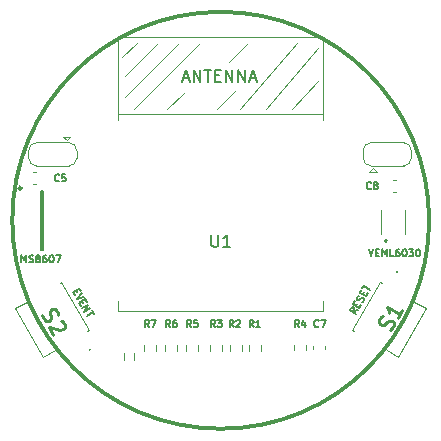
<source format=gbr>
G04 #@! TF.GenerationSoftware,KiCad,Pcbnew,(5.1.8)-1*
G04 #@! TF.CreationDate,2021-04-04T20:56:17+02:00*
G04 #@! TF.ProjectId,nrf52-sensor-tag,6e726635-322d-4736-956e-736f722d7461,rev?*
G04 #@! TF.SameCoordinates,Original*
G04 #@! TF.FileFunction,Legend,Top*
G04 #@! TF.FilePolarity,Positive*
%FSLAX46Y46*%
G04 Gerber Fmt 4.6, Leading zero omitted, Abs format (unit mm)*
G04 Created by KiCad (PCBNEW (5.1.8)-1) date 2021-04-04 20:56:17*
%MOMM*%
%LPD*%
G01*
G04 APERTURE LIST*
%ADD10C,0.150000*%
%ADD11C,0.300000*%
%ADD12C,0.120000*%
%ADD13C,0.100000*%
%ADD14C,0.200000*%
%ADD15C,0.254000*%
G04 APERTURE END LIST*
D10*
X134299600Y-66981428D02*
X134499600Y-67581428D01*
X134699600Y-66981428D01*
X134899600Y-67267142D02*
X135099600Y-67267142D01*
X135185314Y-67581428D02*
X134899600Y-67581428D01*
X134899600Y-66981428D01*
X135185314Y-66981428D01*
X135442457Y-67581428D02*
X135442457Y-66981428D01*
X135642457Y-67410000D01*
X135842457Y-66981428D01*
X135842457Y-67581428D01*
X136413885Y-67581428D02*
X136128171Y-67581428D01*
X136128171Y-66981428D01*
X136871028Y-66981428D02*
X136756742Y-66981428D01*
X136699600Y-67010000D01*
X136671028Y-67038571D01*
X136613885Y-67124285D01*
X136585314Y-67238571D01*
X136585314Y-67467142D01*
X136613885Y-67524285D01*
X136642457Y-67552857D01*
X136699600Y-67581428D01*
X136813885Y-67581428D01*
X136871028Y-67552857D01*
X136899600Y-67524285D01*
X136928171Y-67467142D01*
X136928171Y-67324285D01*
X136899600Y-67267142D01*
X136871028Y-67238571D01*
X136813885Y-67210000D01*
X136699600Y-67210000D01*
X136642457Y-67238571D01*
X136613885Y-67267142D01*
X136585314Y-67324285D01*
X137299600Y-66981428D02*
X137356742Y-66981428D01*
X137413885Y-67010000D01*
X137442457Y-67038571D01*
X137471028Y-67095714D01*
X137499600Y-67210000D01*
X137499600Y-67352857D01*
X137471028Y-67467142D01*
X137442457Y-67524285D01*
X137413885Y-67552857D01*
X137356742Y-67581428D01*
X137299600Y-67581428D01*
X137242457Y-67552857D01*
X137213885Y-67524285D01*
X137185314Y-67467142D01*
X137156742Y-67352857D01*
X137156742Y-67210000D01*
X137185314Y-67095714D01*
X137213885Y-67038571D01*
X137242457Y-67010000D01*
X137299600Y-66981428D01*
X137699600Y-66981428D02*
X138071028Y-66981428D01*
X137871028Y-67210000D01*
X137956742Y-67210000D01*
X138013885Y-67238571D01*
X138042457Y-67267142D01*
X138071028Y-67324285D01*
X138071028Y-67467142D01*
X138042457Y-67524285D01*
X138013885Y-67552857D01*
X137956742Y-67581428D01*
X137785314Y-67581428D01*
X137728171Y-67552857D01*
X137699600Y-67524285D01*
X138442457Y-66981428D02*
X138499600Y-66981428D01*
X138556742Y-67010000D01*
X138585314Y-67038571D01*
X138613885Y-67095714D01*
X138642457Y-67210000D01*
X138642457Y-67352857D01*
X138613885Y-67467142D01*
X138585314Y-67524285D01*
X138556742Y-67552857D01*
X138499600Y-67581428D01*
X138442457Y-67581428D01*
X138385314Y-67552857D01*
X138356742Y-67524285D01*
X138328171Y-67467142D01*
X138299600Y-67352857D01*
X138299600Y-67210000D01*
X138328171Y-67095714D01*
X138356742Y-67038571D01*
X138385314Y-67010000D01*
X138442457Y-66981428D01*
D11*
X139413746Y-64516000D02*
G75*
G03*
X139413746Y-64516000I-17646146J0D01*
G01*
D10*
X109520715Y-70440340D02*
X109620715Y-70613546D01*
X109391393Y-70844919D02*
X109248535Y-70597483D01*
X109768151Y-70297483D01*
X109911008Y-70544919D01*
X109996722Y-70693381D02*
X109577107Y-71166586D01*
X110196722Y-71039791D01*
X110049286Y-71355853D02*
X110149286Y-71529058D01*
X109919964Y-71760432D02*
X109777107Y-71512996D01*
X110296722Y-71212996D01*
X110439579Y-71460432D01*
X110048535Y-71983124D02*
X110568151Y-71683124D01*
X110219964Y-72280047D01*
X110739579Y-71980047D01*
X110839579Y-72153252D02*
X111011008Y-72450175D01*
X110405678Y-72601714D02*
X110925294Y-72301714D01*
X133377949Y-72137393D02*
X133030513Y-72167741D01*
X133206521Y-72434316D02*
X132686905Y-72134316D01*
X132801191Y-71936367D01*
X132854506Y-71901166D01*
X132893535Y-71890708D01*
X132957308Y-71894536D01*
X133031539Y-71937393D01*
X133066741Y-71990708D01*
X133077198Y-72029737D01*
X133073371Y-72093510D01*
X132959085Y-72291459D01*
X133234341Y-71757558D02*
X133334341Y-71584353D01*
X133649378Y-71667265D02*
X133506521Y-71914701D01*
X132986905Y-71614701D01*
X133129763Y-71367265D01*
X133738920Y-71455031D02*
X133806521Y-71395086D01*
X133877949Y-71271368D01*
X133881777Y-71207595D01*
X133871319Y-71168565D01*
X133836118Y-71115250D01*
X133786631Y-71086679D01*
X133722858Y-71082851D01*
X133683828Y-71093309D01*
X133630513Y-71128511D01*
X133548627Y-71213199D01*
X133495312Y-71248401D01*
X133456283Y-71258858D01*
X133392510Y-71255031D01*
X133343023Y-71226459D01*
X133307821Y-71173144D01*
X133297363Y-71134115D01*
X133301191Y-71070342D01*
X133372620Y-70946624D01*
X133440220Y-70886679D01*
X133791484Y-70792558D02*
X133891484Y-70619353D01*
X134206521Y-70702265D02*
X134063664Y-70949701D01*
X133544048Y-70649701D01*
X133686905Y-70402265D01*
X133772620Y-70253804D02*
X133944048Y-69956881D01*
X134377949Y-70405342D02*
X133858334Y-70105342D01*
X104899028Y-68089428D02*
X104899028Y-67489428D01*
X105099028Y-67918000D01*
X105299028Y-67489428D01*
X105299028Y-68089428D01*
X105556171Y-68060857D02*
X105641885Y-68089428D01*
X105784742Y-68089428D01*
X105841885Y-68060857D01*
X105870457Y-68032285D01*
X105899028Y-67975142D01*
X105899028Y-67918000D01*
X105870457Y-67860857D01*
X105841885Y-67832285D01*
X105784742Y-67803714D01*
X105670457Y-67775142D01*
X105613314Y-67746571D01*
X105584742Y-67718000D01*
X105556171Y-67660857D01*
X105556171Y-67603714D01*
X105584742Y-67546571D01*
X105613314Y-67518000D01*
X105670457Y-67489428D01*
X105813314Y-67489428D01*
X105899028Y-67518000D01*
X106241885Y-67746571D02*
X106184742Y-67718000D01*
X106156171Y-67689428D01*
X106127600Y-67632285D01*
X106127600Y-67603714D01*
X106156171Y-67546571D01*
X106184742Y-67518000D01*
X106241885Y-67489428D01*
X106356171Y-67489428D01*
X106413314Y-67518000D01*
X106441885Y-67546571D01*
X106470457Y-67603714D01*
X106470457Y-67632285D01*
X106441885Y-67689428D01*
X106413314Y-67718000D01*
X106356171Y-67746571D01*
X106241885Y-67746571D01*
X106184742Y-67775142D01*
X106156171Y-67803714D01*
X106127600Y-67860857D01*
X106127600Y-67975142D01*
X106156171Y-68032285D01*
X106184742Y-68060857D01*
X106241885Y-68089428D01*
X106356171Y-68089428D01*
X106413314Y-68060857D01*
X106441885Y-68032285D01*
X106470457Y-67975142D01*
X106470457Y-67860857D01*
X106441885Y-67803714D01*
X106413314Y-67775142D01*
X106356171Y-67746571D01*
X106984742Y-67489428D02*
X106870457Y-67489428D01*
X106813314Y-67518000D01*
X106784742Y-67546571D01*
X106727600Y-67632285D01*
X106699028Y-67746571D01*
X106699028Y-67975142D01*
X106727600Y-68032285D01*
X106756171Y-68060857D01*
X106813314Y-68089428D01*
X106927600Y-68089428D01*
X106984742Y-68060857D01*
X107013314Y-68032285D01*
X107041885Y-67975142D01*
X107041885Y-67832285D01*
X107013314Y-67775142D01*
X106984742Y-67746571D01*
X106927600Y-67718000D01*
X106813314Y-67718000D01*
X106756171Y-67746571D01*
X106727600Y-67775142D01*
X106699028Y-67832285D01*
X107413314Y-67489428D02*
X107470457Y-67489428D01*
X107527600Y-67518000D01*
X107556171Y-67546571D01*
X107584742Y-67603714D01*
X107613314Y-67718000D01*
X107613314Y-67860857D01*
X107584742Y-67975142D01*
X107556171Y-68032285D01*
X107527600Y-68060857D01*
X107470457Y-68089428D01*
X107413314Y-68089428D01*
X107356171Y-68060857D01*
X107327600Y-68032285D01*
X107299028Y-67975142D01*
X107270457Y-67860857D01*
X107270457Y-67718000D01*
X107299028Y-67603714D01*
X107327600Y-67546571D01*
X107356171Y-67518000D01*
X107413314Y-67489428D01*
X107813314Y-67489428D02*
X108213314Y-67489428D01*
X107956171Y-68089428D01*
D12*
X115276100Y-75073742D02*
X115276100Y-75548258D01*
X116321100Y-75073742D02*
X116321100Y-75548258D01*
X117054100Y-75073742D02*
X117054100Y-75548258D01*
X118099100Y-75073742D02*
X118099100Y-75548258D01*
X119877100Y-75548258D02*
X119877100Y-75073742D01*
X118832100Y-75548258D02*
X118832100Y-75073742D01*
D13*
X113620600Y-76373000D02*
X113620600Y-75773000D01*
X114420600Y-76373000D02*
X114420600Y-75773000D01*
D12*
X113039600Y-72215000D02*
X130439600Y-72215000D01*
X113039600Y-49015000D02*
X130439600Y-49015000D01*
X113039600Y-71315000D02*
X113039600Y-72215000D01*
X130439600Y-72215000D02*
X130439600Y-71315000D01*
X130439600Y-56015000D02*
X130439600Y-49015000D01*
X113039600Y-56015000D02*
X113039600Y-49015000D01*
X130439600Y-55515000D02*
X113039600Y-55515000D01*
X113639600Y-54115000D02*
X118239600Y-49515000D01*
X113639600Y-52315000D02*
X116439600Y-49515000D01*
X113439600Y-50715000D02*
X114639600Y-49515000D01*
X114439600Y-55115000D02*
X120039600Y-49515000D01*
X117239600Y-55115000D02*
X118639600Y-53715000D01*
X122439600Y-51115000D02*
X124039600Y-49515000D01*
X121439600Y-55115000D02*
X123039600Y-53515000D01*
X123439600Y-55115000D02*
X128239600Y-49515000D01*
X125639600Y-55115000D02*
X130039600Y-49915000D01*
X127839600Y-55115000D02*
X130039600Y-52715000D01*
X134664600Y-60128000D02*
X134964600Y-60428000D01*
X134364600Y-60428000D02*
X134964600Y-60428000D01*
X134664600Y-60128000D02*
X134364600Y-60428000D01*
X133814600Y-59228000D02*
X133814600Y-58628000D01*
X137264600Y-59928000D02*
X134464600Y-59928000D01*
X137914600Y-58628000D02*
X137914600Y-59228000D01*
X134464600Y-57928000D02*
X137264600Y-57928000D01*
X133814600Y-58628000D02*
G75*
G02*
X134514600Y-57928000I700000J0D01*
G01*
X134514600Y-59928000D02*
G75*
G02*
X133814600Y-59228000I0J700000D01*
G01*
X137914600Y-59228000D02*
G75*
G02*
X137214600Y-59928000I-700000J0D01*
G01*
X137214600Y-57928000D02*
G75*
G02*
X137914600Y-58628000I0J-700000D01*
G01*
X108743600Y-57728000D02*
X108443600Y-57428000D01*
X109043600Y-57428000D02*
X108443600Y-57428000D01*
X108743600Y-57728000D02*
X109043600Y-57428000D01*
X109593600Y-58628000D02*
X109593600Y-59228000D01*
X106143600Y-57928000D02*
X108943600Y-57928000D01*
X105493600Y-59228000D02*
X105493600Y-58628000D01*
X108943600Y-59928000D02*
X106143600Y-59928000D01*
X109593600Y-59228000D02*
G75*
G02*
X108893600Y-59928000I-700000J0D01*
G01*
X108893600Y-57928000D02*
G75*
G02*
X109593600Y-58628000I0J-700000D01*
G01*
X105493600Y-58628000D02*
G75*
G02*
X106193600Y-57928000I700000J0D01*
G01*
X106193600Y-59928000D02*
G75*
G02*
X105493600Y-59228000I0J700000D01*
G01*
D14*
X106572600Y-62046000D02*
X106722600Y-62046000D01*
X106722600Y-62046000D02*
X106722600Y-67046000D01*
X106722600Y-67046000D02*
X106572600Y-67046000D01*
X106572600Y-67046000D02*
X106572600Y-62046000D01*
D15*
X104897600Y-61796000D02*
G75*
G03*
X104897600Y-61796000I-125000J0D01*
G01*
D13*
X135372600Y-65643000D02*
X135372600Y-63643000D01*
X137372600Y-65643000D02*
X137372600Y-63643000D01*
D14*
X135722600Y-66143000D02*
X135722600Y-66143000D01*
X135722600Y-66343000D02*
X135722600Y-66343000D01*
X135722600Y-66143000D02*
G75*
G02*
X135722600Y-66343000I0J-100000D01*
G01*
X135722600Y-66343000D02*
G75*
G02*
X135722600Y-66143000I0J100000D01*
G01*
D12*
X136359020Y-62105000D02*
X136640180Y-62105000D01*
X136359020Y-61085000D02*
X136640180Y-61085000D01*
X105879020Y-61470000D02*
X106160180Y-61470000D01*
X105879020Y-60450000D02*
X106160180Y-60450000D01*
X128995700Y-75535558D02*
X128995700Y-75061042D01*
X127950700Y-75535558D02*
X127950700Y-75061042D01*
X121909100Y-75548258D02*
X121909100Y-75073742D01*
X120864100Y-75548258D02*
X120864100Y-75073742D01*
X123560100Y-75548258D02*
X123560100Y-75073742D01*
X122515100Y-75548258D02*
X122515100Y-75073742D01*
X125211100Y-75548258D02*
X125211100Y-75073742D01*
X124166100Y-75548258D02*
X124166100Y-75073742D01*
D13*
X108135241Y-69808840D02*
X108265144Y-69733840D01*
X108265144Y-69733840D02*
X110615144Y-73804160D01*
X110615144Y-73804160D02*
X110485241Y-73879160D01*
X105363959Y-71408840D02*
X104368030Y-71983840D01*
X104368030Y-71983840D02*
X106718030Y-76054160D01*
X106718030Y-76054160D02*
X107713959Y-75479160D01*
X110690625Y-75434897D02*
X110690625Y-75434897D01*
X110604023Y-75484897D02*
X110604023Y-75484897D01*
X110690625Y-75434897D02*
G75*
G02*
X110604023Y-75484897I-43301J-25000D01*
G01*
X110604023Y-75484897D02*
G75*
G02*
X110690625Y-75434897I43301J25000D01*
G01*
X133049959Y-73879160D02*
X132920056Y-73804160D01*
X132920056Y-73804160D02*
X135270056Y-69733840D01*
X135270056Y-69733840D02*
X135399959Y-69808840D01*
X135821241Y-75479160D02*
X136817170Y-76054160D01*
X136817170Y-76054160D02*
X139167170Y-71983840D01*
X139167170Y-71983840D02*
X138171241Y-71408840D01*
X136644575Y-68853103D02*
X136644575Y-68853103D01*
X136731177Y-68903103D02*
X136731177Y-68903103D01*
X136644575Y-68853103D02*
G75*
G02*
X136731177Y-68903103I43301J-25000D01*
G01*
X136731177Y-68903103D02*
G75*
G02*
X136644575Y-68853103I-43301J25000D01*
G01*
D12*
X129614200Y-75157720D02*
X129614200Y-75438880D01*
X130634200Y-75157720D02*
X130634200Y-75438880D01*
D10*
X115698600Y-73550428D02*
X115498600Y-73264714D01*
X115355742Y-73550428D02*
X115355742Y-72950428D01*
X115584314Y-72950428D01*
X115641457Y-72979000D01*
X115670028Y-73007571D01*
X115698600Y-73064714D01*
X115698600Y-73150428D01*
X115670028Y-73207571D01*
X115641457Y-73236142D01*
X115584314Y-73264714D01*
X115355742Y-73264714D01*
X115898600Y-72950428D02*
X116298600Y-72950428D01*
X116041457Y-73550428D01*
X117476600Y-73550428D02*
X117276600Y-73264714D01*
X117133742Y-73550428D02*
X117133742Y-72950428D01*
X117362314Y-72950428D01*
X117419457Y-72979000D01*
X117448028Y-73007571D01*
X117476600Y-73064714D01*
X117476600Y-73150428D01*
X117448028Y-73207571D01*
X117419457Y-73236142D01*
X117362314Y-73264714D01*
X117133742Y-73264714D01*
X117990885Y-72950428D02*
X117876600Y-72950428D01*
X117819457Y-72979000D01*
X117790885Y-73007571D01*
X117733742Y-73093285D01*
X117705171Y-73207571D01*
X117705171Y-73436142D01*
X117733742Y-73493285D01*
X117762314Y-73521857D01*
X117819457Y-73550428D01*
X117933742Y-73550428D01*
X117990885Y-73521857D01*
X118019457Y-73493285D01*
X118048028Y-73436142D01*
X118048028Y-73293285D01*
X118019457Y-73236142D01*
X117990885Y-73207571D01*
X117933742Y-73179000D01*
X117819457Y-73179000D01*
X117762314Y-73207571D01*
X117733742Y-73236142D01*
X117705171Y-73293285D01*
X119254600Y-73550428D02*
X119054600Y-73264714D01*
X118911742Y-73550428D02*
X118911742Y-72950428D01*
X119140314Y-72950428D01*
X119197457Y-72979000D01*
X119226028Y-73007571D01*
X119254600Y-73064714D01*
X119254600Y-73150428D01*
X119226028Y-73207571D01*
X119197457Y-73236142D01*
X119140314Y-73264714D01*
X118911742Y-73264714D01*
X119797457Y-72950428D02*
X119511742Y-72950428D01*
X119483171Y-73236142D01*
X119511742Y-73207571D01*
X119568885Y-73179000D01*
X119711742Y-73179000D01*
X119768885Y-73207571D01*
X119797457Y-73236142D01*
X119826028Y-73293285D01*
X119826028Y-73436142D01*
X119797457Y-73493285D01*
X119768885Y-73521857D01*
X119711742Y-73550428D01*
X119568885Y-73550428D01*
X119511742Y-73521857D01*
X119483171Y-73493285D01*
X120977695Y-65767380D02*
X120977695Y-66576904D01*
X121025314Y-66672142D01*
X121072933Y-66719761D01*
X121168171Y-66767380D01*
X121358647Y-66767380D01*
X121453885Y-66719761D01*
X121501504Y-66672142D01*
X121549123Y-66576904D01*
X121549123Y-65767380D01*
X122549123Y-66767380D02*
X121977695Y-66767380D01*
X122263409Y-66767380D02*
X122263409Y-65767380D01*
X122168171Y-65910238D01*
X122072933Y-66005476D01*
X121977695Y-66053095D01*
X118568171Y-52481666D02*
X119044361Y-52481666D01*
X118472933Y-52767380D02*
X118806266Y-51767380D01*
X119139600Y-52767380D01*
X119472933Y-52767380D02*
X119472933Y-51767380D01*
X120044361Y-52767380D01*
X120044361Y-51767380D01*
X120377695Y-51767380D02*
X120949123Y-51767380D01*
X120663409Y-52767380D02*
X120663409Y-51767380D01*
X121282457Y-52243571D02*
X121615790Y-52243571D01*
X121758647Y-52767380D02*
X121282457Y-52767380D01*
X121282457Y-51767380D01*
X121758647Y-51767380D01*
X122187219Y-52767380D02*
X122187219Y-51767380D01*
X122758647Y-52767380D01*
X122758647Y-51767380D01*
X123234838Y-52767380D02*
X123234838Y-51767380D01*
X123806266Y-52767380D01*
X123806266Y-51767380D01*
X124234838Y-52481666D02*
X124711028Y-52481666D01*
X124139600Y-52767380D02*
X124472933Y-51767380D01*
X124806266Y-52767380D01*
X134494600Y-61809285D02*
X134466028Y-61837857D01*
X134380314Y-61866428D01*
X134323171Y-61866428D01*
X134237457Y-61837857D01*
X134180314Y-61780714D01*
X134151742Y-61723571D01*
X134123171Y-61609285D01*
X134123171Y-61523571D01*
X134151742Y-61409285D01*
X134180314Y-61352142D01*
X134237457Y-61295000D01*
X134323171Y-61266428D01*
X134380314Y-61266428D01*
X134466028Y-61295000D01*
X134494600Y-61323571D01*
X134837457Y-61523571D02*
X134780314Y-61495000D01*
X134751742Y-61466428D01*
X134723171Y-61409285D01*
X134723171Y-61380714D01*
X134751742Y-61323571D01*
X134780314Y-61295000D01*
X134837457Y-61266428D01*
X134951742Y-61266428D01*
X135008885Y-61295000D01*
X135037457Y-61323571D01*
X135066028Y-61380714D01*
X135066028Y-61409285D01*
X135037457Y-61466428D01*
X135008885Y-61495000D01*
X134951742Y-61523571D01*
X134837457Y-61523571D01*
X134780314Y-61552142D01*
X134751742Y-61580714D01*
X134723171Y-61637857D01*
X134723171Y-61752142D01*
X134751742Y-61809285D01*
X134780314Y-61837857D01*
X134837457Y-61866428D01*
X134951742Y-61866428D01*
X135008885Y-61837857D01*
X135037457Y-61809285D01*
X135066028Y-61752142D01*
X135066028Y-61637857D01*
X135037457Y-61580714D01*
X135008885Y-61552142D01*
X134951742Y-61523571D01*
X108078600Y-61174285D02*
X108050028Y-61202857D01*
X107964314Y-61231428D01*
X107907171Y-61231428D01*
X107821457Y-61202857D01*
X107764314Y-61145714D01*
X107735742Y-61088571D01*
X107707171Y-60974285D01*
X107707171Y-60888571D01*
X107735742Y-60774285D01*
X107764314Y-60717142D01*
X107821457Y-60660000D01*
X107907171Y-60631428D01*
X107964314Y-60631428D01*
X108050028Y-60660000D01*
X108078600Y-60688571D01*
X108621457Y-60631428D02*
X108335742Y-60631428D01*
X108307171Y-60917142D01*
X108335742Y-60888571D01*
X108392885Y-60860000D01*
X108535742Y-60860000D01*
X108592885Y-60888571D01*
X108621457Y-60917142D01*
X108650028Y-60974285D01*
X108650028Y-61117142D01*
X108621457Y-61174285D01*
X108592885Y-61202857D01*
X108535742Y-61231428D01*
X108392885Y-61231428D01*
X108335742Y-61202857D01*
X108307171Y-61174285D01*
X128398600Y-73550428D02*
X128198600Y-73264714D01*
X128055742Y-73550428D02*
X128055742Y-72950428D01*
X128284314Y-72950428D01*
X128341457Y-72979000D01*
X128370028Y-73007571D01*
X128398600Y-73064714D01*
X128398600Y-73150428D01*
X128370028Y-73207571D01*
X128341457Y-73236142D01*
X128284314Y-73264714D01*
X128055742Y-73264714D01*
X128912885Y-73150428D02*
X128912885Y-73550428D01*
X128770028Y-72921857D02*
X128627171Y-73350428D01*
X128998600Y-73350428D01*
X121286600Y-73550428D02*
X121086600Y-73264714D01*
X120943742Y-73550428D02*
X120943742Y-72950428D01*
X121172314Y-72950428D01*
X121229457Y-72979000D01*
X121258028Y-73007571D01*
X121286600Y-73064714D01*
X121286600Y-73150428D01*
X121258028Y-73207571D01*
X121229457Y-73236142D01*
X121172314Y-73264714D01*
X120943742Y-73264714D01*
X121486600Y-72950428D02*
X121858028Y-72950428D01*
X121658028Y-73179000D01*
X121743742Y-73179000D01*
X121800885Y-73207571D01*
X121829457Y-73236142D01*
X121858028Y-73293285D01*
X121858028Y-73436142D01*
X121829457Y-73493285D01*
X121800885Y-73521857D01*
X121743742Y-73550428D01*
X121572314Y-73550428D01*
X121515171Y-73521857D01*
X121486600Y-73493285D01*
X122861400Y-73550428D02*
X122661400Y-73264714D01*
X122518542Y-73550428D02*
X122518542Y-72950428D01*
X122747114Y-72950428D01*
X122804257Y-72979000D01*
X122832828Y-73007571D01*
X122861400Y-73064714D01*
X122861400Y-73150428D01*
X122832828Y-73207571D01*
X122804257Y-73236142D01*
X122747114Y-73264714D01*
X122518542Y-73264714D01*
X123089971Y-73007571D02*
X123118542Y-72979000D01*
X123175685Y-72950428D01*
X123318542Y-72950428D01*
X123375685Y-72979000D01*
X123404257Y-73007571D01*
X123432828Y-73064714D01*
X123432828Y-73121857D01*
X123404257Y-73207571D01*
X123061400Y-73550428D01*
X123432828Y-73550428D01*
X124563200Y-73550428D02*
X124363200Y-73264714D01*
X124220342Y-73550428D02*
X124220342Y-72950428D01*
X124448914Y-72950428D01*
X124506057Y-72979000D01*
X124534628Y-73007571D01*
X124563200Y-73064714D01*
X124563200Y-73150428D01*
X124534628Y-73207571D01*
X124506057Y-73236142D01*
X124448914Y-73264714D01*
X124220342Y-73264714D01*
X125134628Y-73550428D02*
X124791771Y-73550428D01*
X124963200Y-73550428D02*
X124963200Y-72950428D01*
X124906057Y-73036142D01*
X124848914Y-73093285D01*
X124791771Y-73121857D01*
D15*
X106675099Y-72507897D02*
X106713439Y-72695256D01*
X106864630Y-72957126D01*
X106977480Y-73031636D01*
X107060092Y-73053772D01*
X107195078Y-73045669D01*
X107299825Y-72985193D01*
X107374335Y-72872343D01*
X107396471Y-72789731D01*
X107388369Y-72654745D01*
X107319790Y-72415011D01*
X107311688Y-72280025D01*
X107333824Y-72197413D01*
X107408334Y-72084563D01*
X107513081Y-72024087D01*
X107648067Y-72015985D01*
X107730679Y-72038121D01*
X107843529Y-72112630D01*
X107994720Y-72374500D01*
X108033060Y-72561860D01*
X108222591Y-73011089D02*
X108305203Y-73033225D01*
X108418053Y-73107735D01*
X108569244Y-73369604D01*
X108577346Y-73504590D01*
X108555210Y-73587202D01*
X108480700Y-73700052D01*
X108375953Y-73760529D01*
X108188593Y-73798869D01*
X107197249Y-73533239D01*
X107590344Y-74214100D01*
X136117481Y-73794150D02*
X136260569Y-73667266D01*
X136411760Y-73405397D01*
X136419862Y-73270411D01*
X136397726Y-73187799D01*
X136323217Y-73074949D01*
X136218469Y-73014473D01*
X136083483Y-73006370D01*
X136000871Y-73028506D01*
X135888021Y-73103016D01*
X135714694Y-73282273D01*
X135601844Y-73356783D01*
X135519232Y-73378919D01*
X135384246Y-73370817D01*
X135279499Y-73310340D01*
X135204989Y-73197490D01*
X135182853Y-73114878D01*
X135190955Y-72979892D01*
X135342146Y-72718023D01*
X135485234Y-72591139D01*
X137137474Y-72148423D02*
X136774617Y-72776910D01*
X136956046Y-72462666D02*
X135856193Y-71827666D01*
X135952839Y-72023128D01*
X135997111Y-72188352D01*
X135989008Y-72323338D01*
D10*
X130049600Y-73493285D02*
X130021028Y-73521857D01*
X129935314Y-73550428D01*
X129878171Y-73550428D01*
X129792457Y-73521857D01*
X129735314Y-73464714D01*
X129706742Y-73407571D01*
X129678171Y-73293285D01*
X129678171Y-73207571D01*
X129706742Y-73093285D01*
X129735314Y-73036142D01*
X129792457Y-72979000D01*
X129878171Y-72950428D01*
X129935314Y-72950428D01*
X130021028Y-72979000D01*
X130049600Y-73007571D01*
X130249600Y-72950428D02*
X130649600Y-72950428D01*
X130392457Y-73550428D01*
M02*

</source>
